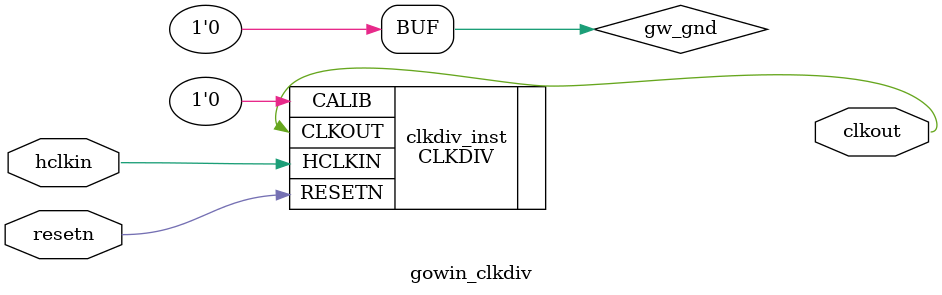
<source format=v>

module gowin_clkdiv (clkout, hclkin, resetn);

output clkout;
input hclkin;
input resetn;

wire gw_gnd;

assign gw_gnd = 1'b0;

CLKDIV clkdiv_inst (
    .CLKOUT(clkout),
    .HCLKIN(hclkin),
    .RESETN(resetn),
    .CALIB(gw_gnd)
);

defparam clkdiv_inst.DIV_MODE = "5";

endmodule //Gowin_CLKDIV

</source>
